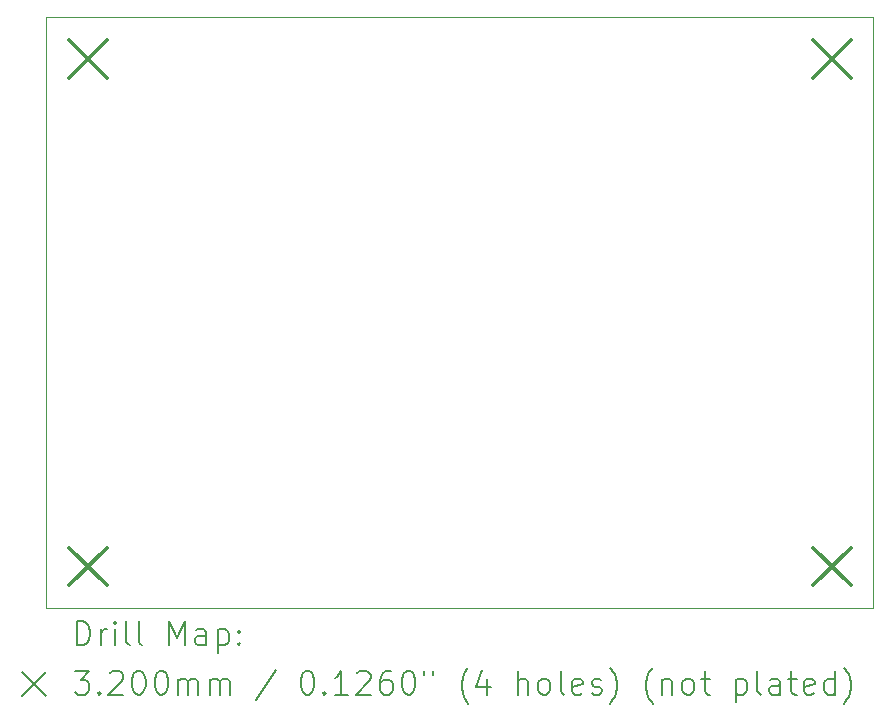
<source format=gbr>
%TF.GenerationSoftware,KiCad,Pcbnew,8.0.5*%
%TF.CreationDate,2024-11-06T09:26:05-07:00*%
%TF.ProjectId,STM32G041F8P6_dev,53544d33-3247-4303-9431-463850365f64,rev?*%
%TF.SameCoordinates,Original*%
%TF.FileFunction,Drillmap*%
%TF.FilePolarity,Positive*%
%FSLAX45Y45*%
G04 Gerber Fmt 4.5, Leading zero omitted, Abs format (unit mm)*
G04 Created by KiCad (PCBNEW 8.0.5) date 2024-11-06 09:26:05*
%MOMM*%
%LPD*%
G01*
G04 APERTURE LIST*
%ADD10C,0.050000*%
%ADD11C,0.200000*%
%ADD12C,0.320000*%
G04 APERTURE END LIST*
D10*
X15600000Y-4600000D02*
X22600000Y-4600000D01*
X22600000Y-9600000D01*
X15600000Y-9600000D01*
X15600000Y-4600000D01*
D11*
D12*
X15790000Y-4790000D02*
X16110000Y-5110000D01*
X16110000Y-4790000D02*
X15790000Y-5110000D01*
X15790000Y-9090000D02*
X16110000Y-9410000D01*
X16110000Y-9090000D02*
X15790000Y-9410000D01*
X22090000Y-4790000D02*
X22410000Y-5110000D01*
X22410000Y-4790000D02*
X22090000Y-5110000D01*
X22090000Y-9090000D02*
X22410000Y-9410000D01*
X22410000Y-9090000D02*
X22090000Y-9410000D01*
D11*
X15858277Y-9913984D02*
X15858277Y-9713984D01*
X15858277Y-9713984D02*
X15905896Y-9713984D01*
X15905896Y-9713984D02*
X15934467Y-9723508D01*
X15934467Y-9723508D02*
X15953515Y-9742555D01*
X15953515Y-9742555D02*
X15963039Y-9761603D01*
X15963039Y-9761603D02*
X15972562Y-9799698D01*
X15972562Y-9799698D02*
X15972562Y-9828270D01*
X15972562Y-9828270D02*
X15963039Y-9866365D01*
X15963039Y-9866365D02*
X15953515Y-9885412D01*
X15953515Y-9885412D02*
X15934467Y-9904460D01*
X15934467Y-9904460D02*
X15905896Y-9913984D01*
X15905896Y-9913984D02*
X15858277Y-9913984D01*
X16058277Y-9913984D02*
X16058277Y-9780650D01*
X16058277Y-9818746D02*
X16067801Y-9799698D01*
X16067801Y-9799698D02*
X16077324Y-9790174D01*
X16077324Y-9790174D02*
X16096372Y-9780650D01*
X16096372Y-9780650D02*
X16115420Y-9780650D01*
X16182086Y-9913984D02*
X16182086Y-9780650D01*
X16182086Y-9713984D02*
X16172562Y-9723508D01*
X16172562Y-9723508D02*
X16182086Y-9733031D01*
X16182086Y-9733031D02*
X16191610Y-9723508D01*
X16191610Y-9723508D02*
X16182086Y-9713984D01*
X16182086Y-9713984D02*
X16182086Y-9733031D01*
X16305896Y-9913984D02*
X16286848Y-9904460D01*
X16286848Y-9904460D02*
X16277324Y-9885412D01*
X16277324Y-9885412D02*
X16277324Y-9713984D01*
X16410658Y-9913984D02*
X16391610Y-9904460D01*
X16391610Y-9904460D02*
X16382086Y-9885412D01*
X16382086Y-9885412D02*
X16382086Y-9713984D01*
X16639229Y-9913984D02*
X16639229Y-9713984D01*
X16639229Y-9713984D02*
X16705896Y-9856841D01*
X16705896Y-9856841D02*
X16772562Y-9713984D01*
X16772562Y-9713984D02*
X16772562Y-9913984D01*
X16953515Y-9913984D02*
X16953515Y-9809222D01*
X16953515Y-9809222D02*
X16943991Y-9790174D01*
X16943991Y-9790174D02*
X16924944Y-9780650D01*
X16924944Y-9780650D02*
X16886848Y-9780650D01*
X16886848Y-9780650D02*
X16867801Y-9790174D01*
X16953515Y-9904460D02*
X16934467Y-9913984D01*
X16934467Y-9913984D02*
X16886848Y-9913984D01*
X16886848Y-9913984D02*
X16867801Y-9904460D01*
X16867801Y-9904460D02*
X16858277Y-9885412D01*
X16858277Y-9885412D02*
X16858277Y-9866365D01*
X16858277Y-9866365D02*
X16867801Y-9847317D01*
X16867801Y-9847317D02*
X16886848Y-9837793D01*
X16886848Y-9837793D02*
X16934467Y-9837793D01*
X16934467Y-9837793D02*
X16953515Y-9828270D01*
X17048753Y-9780650D02*
X17048753Y-9980650D01*
X17048753Y-9790174D02*
X17067801Y-9780650D01*
X17067801Y-9780650D02*
X17105896Y-9780650D01*
X17105896Y-9780650D02*
X17124944Y-9790174D01*
X17124944Y-9790174D02*
X17134467Y-9799698D01*
X17134467Y-9799698D02*
X17143991Y-9818746D01*
X17143991Y-9818746D02*
X17143991Y-9875889D01*
X17143991Y-9875889D02*
X17134467Y-9894936D01*
X17134467Y-9894936D02*
X17124944Y-9904460D01*
X17124944Y-9904460D02*
X17105896Y-9913984D01*
X17105896Y-9913984D02*
X17067801Y-9913984D01*
X17067801Y-9913984D02*
X17048753Y-9904460D01*
X17229705Y-9894936D02*
X17239229Y-9904460D01*
X17239229Y-9904460D02*
X17229705Y-9913984D01*
X17229705Y-9913984D02*
X17220182Y-9904460D01*
X17220182Y-9904460D02*
X17229705Y-9894936D01*
X17229705Y-9894936D02*
X17229705Y-9913984D01*
X17229705Y-9790174D02*
X17239229Y-9799698D01*
X17239229Y-9799698D02*
X17229705Y-9809222D01*
X17229705Y-9809222D02*
X17220182Y-9799698D01*
X17220182Y-9799698D02*
X17229705Y-9790174D01*
X17229705Y-9790174D02*
X17229705Y-9809222D01*
X15397500Y-10142500D02*
X15597500Y-10342500D01*
X15597500Y-10142500D02*
X15397500Y-10342500D01*
X15839229Y-10133984D02*
X15963039Y-10133984D01*
X15963039Y-10133984D02*
X15896372Y-10210174D01*
X15896372Y-10210174D02*
X15924943Y-10210174D01*
X15924943Y-10210174D02*
X15943991Y-10219698D01*
X15943991Y-10219698D02*
X15953515Y-10229222D01*
X15953515Y-10229222D02*
X15963039Y-10248270D01*
X15963039Y-10248270D02*
X15963039Y-10295889D01*
X15963039Y-10295889D02*
X15953515Y-10314936D01*
X15953515Y-10314936D02*
X15943991Y-10324460D01*
X15943991Y-10324460D02*
X15924943Y-10333984D01*
X15924943Y-10333984D02*
X15867801Y-10333984D01*
X15867801Y-10333984D02*
X15848753Y-10324460D01*
X15848753Y-10324460D02*
X15839229Y-10314936D01*
X16048753Y-10314936D02*
X16058277Y-10324460D01*
X16058277Y-10324460D02*
X16048753Y-10333984D01*
X16048753Y-10333984D02*
X16039229Y-10324460D01*
X16039229Y-10324460D02*
X16048753Y-10314936D01*
X16048753Y-10314936D02*
X16048753Y-10333984D01*
X16134467Y-10153031D02*
X16143991Y-10143508D01*
X16143991Y-10143508D02*
X16163039Y-10133984D01*
X16163039Y-10133984D02*
X16210658Y-10133984D01*
X16210658Y-10133984D02*
X16229705Y-10143508D01*
X16229705Y-10143508D02*
X16239229Y-10153031D01*
X16239229Y-10153031D02*
X16248753Y-10172079D01*
X16248753Y-10172079D02*
X16248753Y-10191127D01*
X16248753Y-10191127D02*
X16239229Y-10219698D01*
X16239229Y-10219698D02*
X16124943Y-10333984D01*
X16124943Y-10333984D02*
X16248753Y-10333984D01*
X16372562Y-10133984D02*
X16391610Y-10133984D01*
X16391610Y-10133984D02*
X16410658Y-10143508D01*
X16410658Y-10143508D02*
X16420182Y-10153031D01*
X16420182Y-10153031D02*
X16429705Y-10172079D01*
X16429705Y-10172079D02*
X16439229Y-10210174D01*
X16439229Y-10210174D02*
X16439229Y-10257793D01*
X16439229Y-10257793D02*
X16429705Y-10295889D01*
X16429705Y-10295889D02*
X16420182Y-10314936D01*
X16420182Y-10314936D02*
X16410658Y-10324460D01*
X16410658Y-10324460D02*
X16391610Y-10333984D01*
X16391610Y-10333984D02*
X16372562Y-10333984D01*
X16372562Y-10333984D02*
X16353515Y-10324460D01*
X16353515Y-10324460D02*
X16343991Y-10314936D01*
X16343991Y-10314936D02*
X16334467Y-10295889D01*
X16334467Y-10295889D02*
X16324943Y-10257793D01*
X16324943Y-10257793D02*
X16324943Y-10210174D01*
X16324943Y-10210174D02*
X16334467Y-10172079D01*
X16334467Y-10172079D02*
X16343991Y-10153031D01*
X16343991Y-10153031D02*
X16353515Y-10143508D01*
X16353515Y-10143508D02*
X16372562Y-10133984D01*
X16563039Y-10133984D02*
X16582086Y-10133984D01*
X16582086Y-10133984D02*
X16601134Y-10143508D01*
X16601134Y-10143508D02*
X16610658Y-10153031D01*
X16610658Y-10153031D02*
X16620182Y-10172079D01*
X16620182Y-10172079D02*
X16629705Y-10210174D01*
X16629705Y-10210174D02*
X16629705Y-10257793D01*
X16629705Y-10257793D02*
X16620182Y-10295889D01*
X16620182Y-10295889D02*
X16610658Y-10314936D01*
X16610658Y-10314936D02*
X16601134Y-10324460D01*
X16601134Y-10324460D02*
X16582086Y-10333984D01*
X16582086Y-10333984D02*
X16563039Y-10333984D01*
X16563039Y-10333984D02*
X16543991Y-10324460D01*
X16543991Y-10324460D02*
X16534467Y-10314936D01*
X16534467Y-10314936D02*
X16524943Y-10295889D01*
X16524943Y-10295889D02*
X16515420Y-10257793D01*
X16515420Y-10257793D02*
X16515420Y-10210174D01*
X16515420Y-10210174D02*
X16524943Y-10172079D01*
X16524943Y-10172079D02*
X16534467Y-10153031D01*
X16534467Y-10153031D02*
X16543991Y-10143508D01*
X16543991Y-10143508D02*
X16563039Y-10133984D01*
X16715420Y-10333984D02*
X16715420Y-10200650D01*
X16715420Y-10219698D02*
X16724943Y-10210174D01*
X16724943Y-10210174D02*
X16743991Y-10200650D01*
X16743991Y-10200650D02*
X16772563Y-10200650D01*
X16772563Y-10200650D02*
X16791610Y-10210174D01*
X16791610Y-10210174D02*
X16801134Y-10229222D01*
X16801134Y-10229222D02*
X16801134Y-10333984D01*
X16801134Y-10229222D02*
X16810658Y-10210174D01*
X16810658Y-10210174D02*
X16829705Y-10200650D01*
X16829705Y-10200650D02*
X16858277Y-10200650D01*
X16858277Y-10200650D02*
X16877325Y-10210174D01*
X16877325Y-10210174D02*
X16886848Y-10229222D01*
X16886848Y-10229222D02*
X16886848Y-10333984D01*
X16982086Y-10333984D02*
X16982086Y-10200650D01*
X16982086Y-10219698D02*
X16991610Y-10210174D01*
X16991610Y-10210174D02*
X17010658Y-10200650D01*
X17010658Y-10200650D02*
X17039229Y-10200650D01*
X17039229Y-10200650D02*
X17058277Y-10210174D01*
X17058277Y-10210174D02*
X17067801Y-10229222D01*
X17067801Y-10229222D02*
X17067801Y-10333984D01*
X17067801Y-10229222D02*
X17077325Y-10210174D01*
X17077325Y-10210174D02*
X17096372Y-10200650D01*
X17096372Y-10200650D02*
X17124944Y-10200650D01*
X17124944Y-10200650D02*
X17143991Y-10210174D01*
X17143991Y-10210174D02*
X17153515Y-10229222D01*
X17153515Y-10229222D02*
X17153515Y-10333984D01*
X17543991Y-10124460D02*
X17372563Y-10381603D01*
X17801134Y-10133984D02*
X17820182Y-10133984D01*
X17820182Y-10133984D02*
X17839229Y-10143508D01*
X17839229Y-10143508D02*
X17848753Y-10153031D01*
X17848753Y-10153031D02*
X17858277Y-10172079D01*
X17858277Y-10172079D02*
X17867801Y-10210174D01*
X17867801Y-10210174D02*
X17867801Y-10257793D01*
X17867801Y-10257793D02*
X17858277Y-10295889D01*
X17858277Y-10295889D02*
X17848753Y-10314936D01*
X17848753Y-10314936D02*
X17839229Y-10324460D01*
X17839229Y-10324460D02*
X17820182Y-10333984D01*
X17820182Y-10333984D02*
X17801134Y-10333984D01*
X17801134Y-10333984D02*
X17782087Y-10324460D01*
X17782087Y-10324460D02*
X17772563Y-10314936D01*
X17772563Y-10314936D02*
X17763039Y-10295889D01*
X17763039Y-10295889D02*
X17753515Y-10257793D01*
X17753515Y-10257793D02*
X17753515Y-10210174D01*
X17753515Y-10210174D02*
X17763039Y-10172079D01*
X17763039Y-10172079D02*
X17772563Y-10153031D01*
X17772563Y-10153031D02*
X17782087Y-10143508D01*
X17782087Y-10143508D02*
X17801134Y-10133984D01*
X17953515Y-10314936D02*
X17963039Y-10324460D01*
X17963039Y-10324460D02*
X17953515Y-10333984D01*
X17953515Y-10333984D02*
X17943991Y-10324460D01*
X17943991Y-10324460D02*
X17953515Y-10314936D01*
X17953515Y-10314936D02*
X17953515Y-10333984D01*
X18153515Y-10333984D02*
X18039229Y-10333984D01*
X18096372Y-10333984D02*
X18096372Y-10133984D01*
X18096372Y-10133984D02*
X18077325Y-10162555D01*
X18077325Y-10162555D02*
X18058277Y-10181603D01*
X18058277Y-10181603D02*
X18039229Y-10191127D01*
X18229706Y-10153031D02*
X18239229Y-10143508D01*
X18239229Y-10143508D02*
X18258277Y-10133984D01*
X18258277Y-10133984D02*
X18305896Y-10133984D01*
X18305896Y-10133984D02*
X18324944Y-10143508D01*
X18324944Y-10143508D02*
X18334468Y-10153031D01*
X18334468Y-10153031D02*
X18343991Y-10172079D01*
X18343991Y-10172079D02*
X18343991Y-10191127D01*
X18343991Y-10191127D02*
X18334468Y-10219698D01*
X18334468Y-10219698D02*
X18220182Y-10333984D01*
X18220182Y-10333984D02*
X18343991Y-10333984D01*
X18515420Y-10133984D02*
X18477325Y-10133984D01*
X18477325Y-10133984D02*
X18458277Y-10143508D01*
X18458277Y-10143508D02*
X18448753Y-10153031D01*
X18448753Y-10153031D02*
X18429706Y-10181603D01*
X18429706Y-10181603D02*
X18420182Y-10219698D01*
X18420182Y-10219698D02*
X18420182Y-10295889D01*
X18420182Y-10295889D02*
X18429706Y-10314936D01*
X18429706Y-10314936D02*
X18439229Y-10324460D01*
X18439229Y-10324460D02*
X18458277Y-10333984D01*
X18458277Y-10333984D02*
X18496372Y-10333984D01*
X18496372Y-10333984D02*
X18515420Y-10324460D01*
X18515420Y-10324460D02*
X18524944Y-10314936D01*
X18524944Y-10314936D02*
X18534468Y-10295889D01*
X18534468Y-10295889D02*
X18534468Y-10248270D01*
X18534468Y-10248270D02*
X18524944Y-10229222D01*
X18524944Y-10229222D02*
X18515420Y-10219698D01*
X18515420Y-10219698D02*
X18496372Y-10210174D01*
X18496372Y-10210174D02*
X18458277Y-10210174D01*
X18458277Y-10210174D02*
X18439229Y-10219698D01*
X18439229Y-10219698D02*
X18429706Y-10229222D01*
X18429706Y-10229222D02*
X18420182Y-10248270D01*
X18658277Y-10133984D02*
X18677325Y-10133984D01*
X18677325Y-10133984D02*
X18696372Y-10143508D01*
X18696372Y-10143508D02*
X18705896Y-10153031D01*
X18705896Y-10153031D02*
X18715420Y-10172079D01*
X18715420Y-10172079D02*
X18724944Y-10210174D01*
X18724944Y-10210174D02*
X18724944Y-10257793D01*
X18724944Y-10257793D02*
X18715420Y-10295889D01*
X18715420Y-10295889D02*
X18705896Y-10314936D01*
X18705896Y-10314936D02*
X18696372Y-10324460D01*
X18696372Y-10324460D02*
X18677325Y-10333984D01*
X18677325Y-10333984D02*
X18658277Y-10333984D01*
X18658277Y-10333984D02*
X18639229Y-10324460D01*
X18639229Y-10324460D02*
X18629706Y-10314936D01*
X18629706Y-10314936D02*
X18620182Y-10295889D01*
X18620182Y-10295889D02*
X18610658Y-10257793D01*
X18610658Y-10257793D02*
X18610658Y-10210174D01*
X18610658Y-10210174D02*
X18620182Y-10172079D01*
X18620182Y-10172079D02*
X18629706Y-10153031D01*
X18629706Y-10153031D02*
X18639229Y-10143508D01*
X18639229Y-10143508D02*
X18658277Y-10133984D01*
X18801134Y-10133984D02*
X18801134Y-10172079D01*
X18877325Y-10133984D02*
X18877325Y-10172079D01*
X19172563Y-10410174D02*
X19163039Y-10400650D01*
X19163039Y-10400650D02*
X19143991Y-10372079D01*
X19143991Y-10372079D02*
X19134468Y-10353031D01*
X19134468Y-10353031D02*
X19124944Y-10324460D01*
X19124944Y-10324460D02*
X19115420Y-10276841D01*
X19115420Y-10276841D02*
X19115420Y-10238746D01*
X19115420Y-10238746D02*
X19124944Y-10191127D01*
X19124944Y-10191127D02*
X19134468Y-10162555D01*
X19134468Y-10162555D02*
X19143991Y-10143508D01*
X19143991Y-10143508D02*
X19163039Y-10114936D01*
X19163039Y-10114936D02*
X19172563Y-10105412D01*
X19334468Y-10200650D02*
X19334468Y-10333984D01*
X19286849Y-10124460D02*
X19239230Y-10267317D01*
X19239230Y-10267317D02*
X19363039Y-10267317D01*
X19591611Y-10333984D02*
X19591611Y-10133984D01*
X19677325Y-10333984D02*
X19677325Y-10229222D01*
X19677325Y-10229222D02*
X19667801Y-10210174D01*
X19667801Y-10210174D02*
X19648753Y-10200650D01*
X19648753Y-10200650D02*
X19620182Y-10200650D01*
X19620182Y-10200650D02*
X19601134Y-10210174D01*
X19601134Y-10210174D02*
X19591611Y-10219698D01*
X19801134Y-10333984D02*
X19782087Y-10324460D01*
X19782087Y-10324460D02*
X19772563Y-10314936D01*
X19772563Y-10314936D02*
X19763039Y-10295889D01*
X19763039Y-10295889D02*
X19763039Y-10238746D01*
X19763039Y-10238746D02*
X19772563Y-10219698D01*
X19772563Y-10219698D02*
X19782087Y-10210174D01*
X19782087Y-10210174D02*
X19801134Y-10200650D01*
X19801134Y-10200650D02*
X19829706Y-10200650D01*
X19829706Y-10200650D02*
X19848753Y-10210174D01*
X19848753Y-10210174D02*
X19858277Y-10219698D01*
X19858277Y-10219698D02*
X19867801Y-10238746D01*
X19867801Y-10238746D02*
X19867801Y-10295889D01*
X19867801Y-10295889D02*
X19858277Y-10314936D01*
X19858277Y-10314936D02*
X19848753Y-10324460D01*
X19848753Y-10324460D02*
X19829706Y-10333984D01*
X19829706Y-10333984D02*
X19801134Y-10333984D01*
X19982087Y-10333984D02*
X19963039Y-10324460D01*
X19963039Y-10324460D02*
X19953515Y-10305412D01*
X19953515Y-10305412D02*
X19953515Y-10133984D01*
X20134468Y-10324460D02*
X20115420Y-10333984D01*
X20115420Y-10333984D02*
X20077325Y-10333984D01*
X20077325Y-10333984D02*
X20058277Y-10324460D01*
X20058277Y-10324460D02*
X20048753Y-10305412D01*
X20048753Y-10305412D02*
X20048753Y-10229222D01*
X20048753Y-10229222D02*
X20058277Y-10210174D01*
X20058277Y-10210174D02*
X20077325Y-10200650D01*
X20077325Y-10200650D02*
X20115420Y-10200650D01*
X20115420Y-10200650D02*
X20134468Y-10210174D01*
X20134468Y-10210174D02*
X20143992Y-10229222D01*
X20143992Y-10229222D02*
X20143992Y-10248270D01*
X20143992Y-10248270D02*
X20048753Y-10267317D01*
X20220182Y-10324460D02*
X20239230Y-10333984D01*
X20239230Y-10333984D02*
X20277325Y-10333984D01*
X20277325Y-10333984D02*
X20296373Y-10324460D01*
X20296373Y-10324460D02*
X20305896Y-10305412D01*
X20305896Y-10305412D02*
X20305896Y-10295889D01*
X20305896Y-10295889D02*
X20296373Y-10276841D01*
X20296373Y-10276841D02*
X20277325Y-10267317D01*
X20277325Y-10267317D02*
X20248753Y-10267317D01*
X20248753Y-10267317D02*
X20229706Y-10257793D01*
X20229706Y-10257793D02*
X20220182Y-10238746D01*
X20220182Y-10238746D02*
X20220182Y-10229222D01*
X20220182Y-10229222D02*
X20229706Y-10210174D01*
X20229706Y-10210174D02*
X20248753Y-10200650D01*
X20248753Y-10200650D02*
X20277325Y-10200650D01*
X20277325Y-10200650D02*
X20296373Y-10210174D01*
X20372563Y-10410174D02*
X20382087Y-10400650D01*
X20382087Y-10400650D02*
X20401134Y-10372079D01*
X20401134Y-10372079D02*
X20410658Y-10353031D01*
X20410658Y-10353031D02*
X20420182Y-10324460D01*
X20420182Y-10324460D02*
X20429706Y-10276841D01*
X20429706Y-10276841D02*
X20429706Y-10238746D01*
X20429706Y-10238746D02*
X20420182Y-10191127D01*
X20420182Y-10191127D02*
X20410658Y-10162555D01*
X20410658Y-10162555D02*
X20401134Y-10143508D01*
X20401134Y-10143508D02*
X20382087Y-10114936D01*
X20382087Y-10114936D02*
X20372563Y-10105412D01*
X20734468Y-10410174D02*
X20724944Y-10400650D01*
X20724944Y-10400650D02*
X20705896Y-10372079D01*
X20705896Y-10372079D02*
X20696373Y-10353031D01*
X20696373Y-10353031D02*
X20686849Y-10324460D01*
X20686849Y-10324460D02*
X20677325Y-10276841D01*
X20677325Y-10276841D02*
X20677325Y-10238746D01*
X20677325Y-10238746D02*
X20686849Y-10191127D01*
X20686849Y-10191127D02*
X20696373Y-10162555D01*
X20696373Y-10162555D02*
X20705896Y-10143508D01*
X20705896Y-10143508D02*
X20724944Y-10114936D01*
X20724944Y-10114936D02*
X20734468Y-10105412D01*
X20810658Y-10200650D02*
X20810658Y-10333984D01*
X20810658Y-10219698D02*
X20820182Y-10210174D01*
X20820182Y-10210174D02*
X20839230Y-10200650D01*
X20839230Y-10200650D02*
X20867801Y-10200650D01*
X20867801Y-10200650D02*
X20886849Y-10210174D01*
X20886849Y-10210174D02*
X20896373Y-10229222D01*
X20896373Y-10229222D02*
X20896373Y-10333984D01*
X21020182Y-10333984D02*
X21001134Y-10324460D01*
X21001134Y-10324460D02*
X20991611Y-10314936D01*
X20991611Y-10314936D02*
X20982087Y-10295889D01*
X20982087Y-10295889D02*
X20982087Y-10238746D01*
X20982087Y-10238746D02*
X20991611Y-10219698D01*
X20991611Y-10219698D02*
X21001134Y-10210174D01*
X21001134Y-10210174D02*
X21020182Y-10200650D01*
X21020182Y-10200650D02*
X21048754Y-10200650D01*
X21048754Y-10200650D02*
X21067801Y-10210174D01*
X21067801Y-10210174D02*
X21077325Y-10219698D01*
X21077325Y-10219698D02*
X21086849Y-10238746D01*
X21086849Y-10238746D02*
X21086849Y-10295889D01*
X21086849Y-10295889D02*
X21077325Y-10314936D01*
X21077325Y-10314936D02*
X21067801Y-10324460D01*
X21067801Y-10324460D02*
X21048754Y-10333984D01*
X21048754Y-10333984D02*
X21020182Y-10333984D01*
X21143992Y-10200650D02*
X21220182Y-10200650D01*
X21172563Y-10133984D02*
X21172563Y-10305412D01*
X21172563Y-10305412D02*
X21182087Y-10324460D01*
X21182087Y-10324460D02*
X21201134Y-10333984D01*
X21201134Y-10333984D02*
X21220182Y-10333984D01*
X21439230Y-10200650D02*
X21439230Y-10400650D01*
X21439230Y-10210174D02*
X21458277Y-10200650D01*
X21458277Y-10200650D02*
X21496373Y-10200650D01*
X21496373Y-10200650D02*
X21515420Y-10210174D01*
X21515420Y-10210174D02*
X21524944Y-10219698D01*
X21524944Y-10219698D02*
X21534468Y-10238746D01*
X21534468Y-10238746D02*
X21534468Y-10295889D01*
X21534468Y-10295889D02*
X21524944Y-10314936D01*
X21524944Y-10314936D02*
X21515420Y-10324460D01*
X21515420Y-10324460D02*
X21496373Y-10333984D01*
X21496373Y-10333984D02*
X21458277Y-10333984D01*
X21458277Y-10333984D02*
X21439230Y-10324460D01*
X21648754Y-10333984D02*
X21629706Y-10324460D01*
X21629706Y-10324460D02*
X21620182Y-10305412D01*
X21620182Y-10305412D02*
X21620182Y-10133984D01*
X21810658Y-10333984D02*
X21810658Y-10229222D01*
X21810658Y-10229222D02*
X21801135Y-10210174D01*
X21801135Y-10210174D02*
X21782087Y-10200650D01*
X21782087Y-10200650D02*
X21743992Y-10200650D01*
X21743992Y-10200650D02*
X21724944Y-10210174D01*
X21810658Y-10324460D02*
X21791611Y-10333984D01*
X21791611Y-10333984D02*
X21743992Y-10333984D01*
X21743992Y-10333984D02*
X21724944Y-10324460D01*
X21724944Y-10324460D02*
X21715420Y-10305412D01*
X21715420Y-10305412D02*
X21715420Y-10286365D01*
X21715420Y-10286365D02*
X21724944Y-10267317D01*
X21724944Y-10267317D02*
X21743992Y-10257793D01*
X21743992Y-10257793D02*
X21791611Y-10257793D01*
X21791611Y-10257793D02*
X21810658Y-10248270D01*
X21877325Y-10200650D02*
X21953515Y-10200650D01*
X21905896Y-10133984D02*
X21905896Y-10305412D01*
X21905896Y-10305412D02*
X21915420Y-10324460D01*
X21915420Y-10324460D02*
X21934468Y-10333984D01*
X21934468Y-10333984D02*
X21953515Y-10333984D01*
X22096373Y-10324460D02*
X22077325Y-10333984D01*
X22077325Y-10333984D02*
X22039230Y-10333984D01*
X22039230Y-10333984D02*
X22020182Y-10324460D01*
X22020182Y-10324460D02*
X22010658Y-10305412D01*
X22010658Y-10305412D02*
X22010658Y-10229222D01*
X22010658Y-10229222D02*
X22020182Y-10210174D01*
X22020182Y-10210174D02*
X22039230Y-10200650D01*
X22039230Y-10200650D02*
X22077325Y-10200650D01*
X22077325Y-10200650D02*
X22096373Y-10210174D01*
X22096373Y-10210174D02*
X22105896Y-10229222D01*
X22105896Y-10229222D02*
X22105896Y-10248270D01*
X22105896Y-10248270D02*
X22010658Y-10267317D01*
X22277325Y-10333984D02*
X22277325Y-10133984D01*
X22277325Y-10324460D02*
X22258277Y-10333984D01*
X22258277Y-10333984D02*
X22220182Y-10333984D01*
X22220182Y-10333984D02*
X22201135Y-10324460D01*
X22201135Y-10324460D02*
X22191611Y-10314936D01*
X22191611Y-10314936D02*
X22182087Y-10295889D01*
X22182087Y-10295889D02*
X22182087Y-10238746D01*
X22182087Y-10238746D02*
X22191611Y-10219698D01*
X22191611Y-10219698D02*
X22201135Y-10210174D01*
X22201135Y-10210174D02*
X22220182Y-10200650D01*
X22220182Y-10200650D02*
X22258277Y-10200650D01*
X22258277Y-10200650D02*
X22277325Y-10210174D01*
X22353516Y-10410174D02*
X22363039Y-10400650D01*
X22363039Y-10400650D02*
X22382087Y-10372079D01*
X22382087Y-10372079D02*
X22391611Y-10353031D01*
X22391611Y-10353031D02*
X22401134Y-10324460D01*
X22401134Y-10324460D02*
X22410658Y-10276841D01*
X22410658Y-10276841D02*
X22410658Y-10238746D01*
X22410658Y-10238746D02*
X22401134Y-10191127D01*
X22401134Y-10191127D02*
X22391611Y-10162555D01*
X22391611Y-10162555D02*
X22382087Y-10143508D01*
X22382087Y-10143508D02*
X22363039Y-10114936D01*
X22363039Y-10114936D02*
X22353516Y-10105412D01*
M02*

</source>
